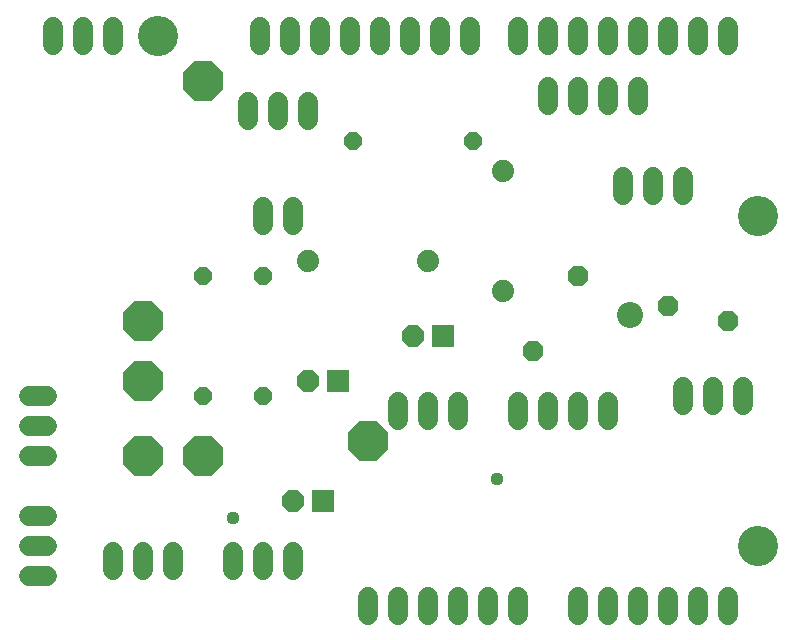
<source format=gbr>
G04 EAGLE Gerber X2 export*
%TF.Part,Single*%
%TF.FileFunction,Soldermask,Bot,1*%
%TF.FilePolarity,Negative*%
%TF.GenerationSoftware,Autodesk,EAGLE,9.1.3*%
%TF.CreationDate,2018-09-14T18:40:43Z*%
G75*
%MOMM*%
%FSLAX34Y34*%
%LPD*%
%AMOC8*
5,1,8,0,0,1.08239X$1,22.5*%
G01*
%ADD10C,1.879600*%
%ADD11P,3.656530X8X202.500000*%
%ADD12C,1.727200*%
%ADD13C,3.403200*%
%ADD14C,2.203200*%
%ADD15P,2.034460X8X22.500000*%
%ADD16R,1.879600X1.879600*%
%ADD17P,3.656530X8X112.500000*%
%ADD18P,1.649562X8X292.500000*%
%ADD19P,1.649562X8X202.500000*%
%ADD20P,1.869504X8X22.500000*%
%ADD21C,1.109600*%


D10*
X444500Y292100D03*
X444500Y393700D03*
X381000Y317500D03*
X279400Y317500D03*
D11*
X139700Y266700D03*
X139700Y215900D03*
X139700Y152400D03*
X190500Y152400D03*
D12*
X533400Y182880D02*
X533400Y198120D01*
X508000Y198120D02*
X508000Y182880D01*
X482600Y182880D02*
X482600Y198120D01*
X457200Y198120D02*
X457200Y182880D01*
X238760Y500380D02*
X238760Y515620D01*
X264160Y515620D02*
X264160Y500380D01*
X289560Y500380D02*
X289560Y515620D01*
X314960Y515620D02*
X314960Y500380D01*
X340360Y500380D02*
X340360Y515620D01*
X365760Y515620D02*
X365760Y500380D01*
X391160Y500380D02*
X391160Y515620D01*
X416560Y515620D02*
X416560Y500380D01*
X457200Y500380D02*
X457200Y515620D01*
X482600Y515620D02*
X482600Y500380D01*
X508000Y500380D02*
X508000Y515620D01*
X533400Y515620D02*
X533400Y500380D01*
X558800Y500380D02*
X558800Y515620D01*
X584200Y515620D02*
X584200Y500380D01*
X609600Y500380D02*
X609600Y515620D01*
X635000Y515620D02*
X635000Y500380D01*
X330200Y33020D02*
X330200Y17780D01*
X355600Y17780D02*
X355600Y33020D01*
X381000Y33020D02*
X381000Y17780D01*
X406400Y17780D02*
X406400Y33020D01*
X431800Y33020D02*
X431800Y17780D01*
X457200Y17780D02*
X457200Y33020D01*
X508000Y33020D02*
X508000Y17780D01*
X533400Y17780D02*
X533400Y33020D01*
X558800Y33020D02*
X558800Y17780D01*
X584200Y17780D02*
X584200Y33020D01*
X609600Y33020D02*
X609600Y17780D01*
X635000Y17780D02*
X635000Y33020D01*
D13*
X152400Y508000D03*
X660400Y355600D03*
X660400Y76200D03*
D14*
X551696Y271138D03*
D12*
X58420Y152400D02*
X43180Y152400D01*
X43180Y177800D02*
X58420Y177800D01*
X58420Y203200D02*
X43180Y203200D01*
X43180Y50800D02*
X58420Y50800D01*
X58420Y76200D02*
X43180Y76200D01*
X43180Y101600D02*
X58420Y101600D01*
X165100Y71120D02*
X165100Y55880D01*
X139700Y55880D02*
X139700Y71120D01*
X114300Y71120D02*
X114300Y55880D01*
X266700Y55880D02*
X266700Y71120D01*
X241300Y71120D02*
X241300Y55880D01*
X215900Y55880D02*
X215900Y71120D01*
D15*
X266700Y114300D03*
D16*
X292100Y114300D03*
D15*
X368300Y254000D03*
D16*
X393700Y254000D03*
D15*
X279400Y215900D03*
D16*
X304800Y215900D03*
D17*
X330200Y165100D03*
D11*
X190500Y469900D03*
D18*
X241300Y304800D03*
X241300Y203200D03*
D19*
X419100Y419100D03*
X317500Y419100D03*
D18*
X190500Y304800D03*
X190500Y203200D03*
D12*
X241300Y347980D02*
X241300Y363220D01*
X266700Y363220D02*
X266700Y347980D01*
X558800Y449580D02*
X558800Y464820D01*
X533400Y464820D02*
X533400Y449580D01*
X508000Y449580D02*
X508000Y464820D01*
X482600Y464820D02*
X482600Y449580D01*
X596900Y210820D02*
X596900Y195580D01*
X622300Y195580D02*
X622300Y210820D01*
X647700Y210820D02*
X647700Y195580D01*
X546100Y373380D02*
X546100Y388620D01*
X571500Y388620D02*
X571500Y373380D01*
X596900Y373380D02*
X596900Y388620D01*
X279400Y436880D02*
X279400Y452120D01*
X254000Y452120D02*
X254000Y436880D01*
X228600Y436880D02*
X228600Y452120D01*
D20*
X469900Y241300D03*
X508000Y304800D03*
X584200Y279400D03*
X635000Y266700D03*
D12*
X355600Y198120D02*
X355600Y182880D01*
X381000Y182880D02*
X381000Y198120D01*
X406400Y198120D02*
X406400Y182880D01*
X114300Y500380D02*
X114300Y515620D01*
X88900Y515620D02*
X88900Y500380D01*
X63500Y500380D02*
X63500Y515620D01*
D21*
X438912Y132588D03*
X215392Y99568D03*
M02*

</source>
